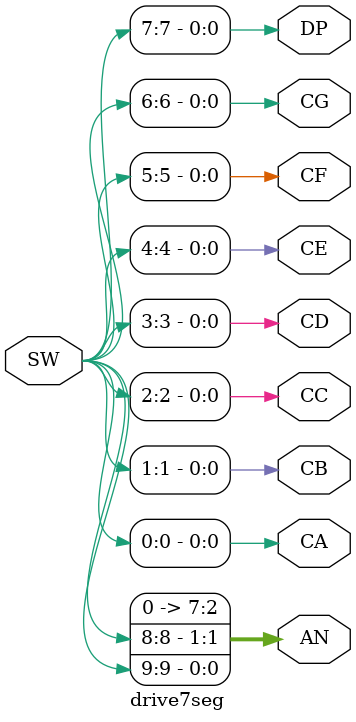
<source format=v>
`timescale 1ns / 1ps

module drive7seg(
    input [9:0] SW,
    output [7:0] AN,
    output CA,
    output CB,
    output CC,
    output CD,
    output CE,
    output CF,
    output CG,
    output DP
    );
    
    assign CA=SW[0];
    assign CB=SW[1];
    assign CC=SW[2];
    assign CD=SW[3];
    assign CE=SW[4];
    assign CF=SW[5];
    assign CG=SW[6];
    assign DP=SW[7];
    
    assign AN[7:2]=6'b0;
    assign AN[1]=SW[8];
    assign AN[0]=SW[9];

endmodule

</source>
